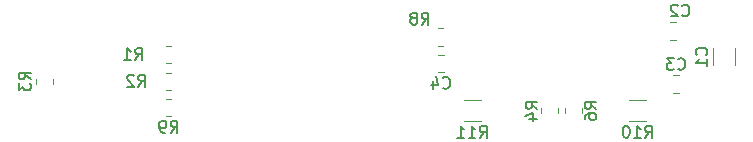
<source format=gbr>
%TF.GenerationSoftware,KiCad,Pcbnew,9.0.3*%
%TF.CreationDate,2026-02-01T21:50:05+01:00*%
%TF.ProjectId,arduinoController,61726475-696e-46f4-936f-6e74726f6c6c,rev?*%
%TF.SameCoordinates,Original*%
%TF.FileFunction,Legend,Bot*%
%TF.FilePolarity,Positive*%
%FSLAX46Y46*%
G04 Gerber Fmt 4.6, Leading zero omitted, Abs format (unit mm)*
G04 Created by KiCad (PCBNEW 9.0.3) date 2026-02-01 21:50:05*
%MOMM*%
%LPD*%
G01*
G04 APERTURE LIST*
%ADD10C,0.150000*%
%ADD11C,0.120000*%
G04 APERTURE END LIST*
D10*
X152916666Y-84954819D02*
X153249999Y-84478628D01*
X153488094Y-84954819D02*
X153488094Y-83954819D01*
X153488094Y-83954819D02*
X153107142Y-83954819D01*
X153107142Y-83954819D02*
X153011904Y-84002438D01*
X153011904Y-84002438D02*
X152964285Y-84050057D01*
X152964285Y-84050057D02*
X152916666Y-84145295D01*
X152916666Y-84145295D02*
X152916666Y-84288152D01*
X152916666Y-84288152D02*
X152964285Y-84383390D01*
X152964285Y-84383390D02*
X153011904Y-84431009D01*
X153011904Y-84431009D02*
X153107142Y-84478628D01*
X153107142Y-84478628D02*
X153488094Y-84478628D01*
X151964285Y-84954819D02*
X152535713Y-84954819D01*
X152249999Y-84954819D02*
X152249999Y-83954819D01*
X152249999Y-83954819D02*
X152345237Y-84097676D01*
X152345237Y-84097676D02*
X152440475Y-84192914D01*
X152440475Y-84192914D02*
X152535713Y-84240533D01*
X155916666Y-91104819D02*
X156249999Y-90628628D01*
X156488094Y-91104819D02*
X156488094Y-90104819D01*
X156488094Y-90104819D02*
X156107142Y-90104819D01*
X156107142Y-90104819D02*
X156011904Y-90152438D01*
X156011904Y-90152438D02*
X155964285Y-90200057D01*
X155964285Y-90200057D02*
X155916666Y-90295295D01*
X155916666Y-90295295D02*
X155916666Y-90438152D01*
X155916666Y-90438152D02*
X155964285Y-90533390D01*
X155964285Y-90533390D02*
X156011904Y-90581009D01*
X156011904Y-90581009D02*
X156107142Y-90628628D01*
X156107142Y-90628628D02*
X156488094Y-90628628D01*
X155440475Y-91104819D02*
X155249999Y-91104819D01*
X155249999Y-91104819D02*
X155154761Y-91057200D01*
X155154761Y-91057200D02*
X155107142Y-91009580D01*
X155107142Y-91009580D02*
X155011904Y-90866723D01*
X155011904Y-90866723D02*
X154964285Y-90676247D01*
X154964285Y-90676247D02*
X154964285Y-90295295D01*
X154964285Y-90295295D02*
X155011904Y-90200057D01*
X155011904Y-90200057D02*
X155059523Y-90152438D01*
X155059523Y-90152438D02*
X155154761Y-90104819D01*
X155154761Y-90104819D02*
X155345237Y-90104819D01*
X155345237Y-90104819D02*
X155440475Y-90152438D01*
X155440475Y-90152438D02*
X155488094Y-90200057D01*
X155488094Y-90200057D02*
X155535713Y-90295295D01*
X155535713Y-90295295D02*
X155535713Y-90533390D01*
X155535713Y-90533390D02*
X155488094Y-90628628D01*
X155488094Y-90628628D02*
X155440475Y-90676247D01*
X155440475Y-90676247D02*
X155345237Y-90723866D01*
X155345237Y-90723866D02*
X155154761Y-90723866D01*
X155154761Y-90723866D02*
X155059523Y-90676247D01*
X155059523Y-90676247D02*
X155011904Y-90628628D01*
X155011904Y-90628628D02*
X154964285Y-90533390D01*
X144054819Y-86583333D02*
X143578628Y-86250000D01*
X144054819Y-86011905D02*
X143054819Y-86011905D01*
X143054819Y-86011905D02*
X143054819Y-86392857D01*
X143054819Y-86392857D02*
X143102438Y-86488095D01*
X143102438Y-86488095D02*
X143150057Y-86535714D01*
X143150057Y-86535714D02*
X143245295Y-86583333D01*
X143245295Y-86583333D02*
X143388152Y-86583333D01*
X143388152Y-86583333D02*
X143483390Y-86535714D01*
X143483390Y-86535714D02*
X143531009Y-86488095D01*
X143531009Y-86488095D02*
X143578628Y-86392857D01*
X143578628Y-86392857D02*
X143578628Y-86011905D01*
X143054819Y-86916667D02*
X143054819Y-87535714D01*
X143054819Y-87535714D02*
X143435771Y-87202381D01*
X143435771Y-87202381D02*
X143435771Y-87345238D01*
X143435771Y-87345238D02*
X143483390Y-87440476D01*
X143483390Y-87440476D02*
X143531009Y-87488095D01*
X143531009Y-87488095D02*
X143626247Y-87535714D01*
X143626247Y-87535714D02*
X143864342Y-87535714D01*
X143864342Y-87535714D02*
X143959580Y-87488095D01*
X143959580Y-87488095D02*
X144007200Y-87440476D01*
X144007200Y-87440476D02*
X144054819Y-87345238D01*
X144054819Y-87345238D02*
X144054819Y-87059524D01*
X144054819Y-87059524D02*
X144007200Y-86964286D01*
X144007200Y-86964286D02*
X143959580Y-86916667D01*
X178954166Y-87289580D02*
X179001785Y-87337200D01*
X179001785Y-87337200D02*
X179144642Y-87384819D01*
X179144642Y-87384819D02*
X179239880Y-87384819D01*
X179239880Y-87384819D02*
X179382737Y-87337200D01*
X179382737Y-87337200D02*
X179477975Y-87241961D01*
X179477975Y-87241961D02*
X179525594Y-87146723D01*
X179525594Y-87146723D02*
X179573213Y-86956247D01*
X179573213Y-86956247D02*
X179573213Y-86813390D01*
X179573213Y-86813390D02*
X179525594Y-86622914D01*
X179525594Y-86622914D02*
X179477975Y-86527676D01*
X179477975Y-86527676D02*
X179382737Y-86432438D01*
X179382737Y-86432438D02*
X179239880Y-86384819D01*
X179239880Y-86384819D02*
X179144642Y-86384819D01*
X179144642Y-86384819D02*
X179001785Y-86432438D01*
X179001785Y-86432438D02*
X178954166Y-86480057D01*
X178097023Y-86718152D02*
X178097023Y-87384819D01*
X178335118Y-86337200D02*
X178573213Y-87051485D01*
X178573213Y-87051485D02*
X177954166Y-87051485D01*
X186954819Y-89083333D02*
X186478628Y-88750000D01*
X186954819Y-88511905D02*
X185954819Y-88511905D01*
X185954819Y-88511905D02*
X185954819Y-88892857D01*
X185954819Y-88892857D02*
X186002438Y-88988095D01*
X186002438Y-88988095D02*
X186050057Y-89035714D01*
X186050057Y-89035714D02*
X186145295Y-89083333D01*
X186145295Y-89083333D02*
X186288152Y-89083333D01*
X186288152Y-89083333D02*
X186383390Y-89035714D01*
X186383390Y-89035714D02*
X186431009Y-88988095D01*
X186431009Y-88988095D02*
X186478628Y-88892857D01*
X186478628Y-88892857D02*
X186478628Y-88511905D01*
X186288152Y-89940476D02*
X186954819Y-89940476D01*
X185907200Y-89702381D02*
X186621485Y-89464286D01*
X186621485Y-89464286D02*
X186621485Y-90083333D01*
X191954819Y-89083333D02*
X191478628Y-88750000D01*
X191954819Y-88511905D02*
X190954819Y-88511905D01*
X190954819Y-88511905D02*
X190954819Y-88892857D01*
X190954819Y-88892857D02*
X191002438Y-88988095D01*
X191002438Y-88988095D02*
X191050057Y-89035714D01*
X191050057Y-89035714D02*
X191145295Y-89083333D01*
X191145295Y-89083333D02*
X191288152Y-89083333D01*
X191288152Y-89083333D02*
X191383390Y-89035714D01*
X191383390Y-89035714D02*
X191431009Y-88988095D01*
X191431009Y-88988095D02*
X191478628Y-88892857D01*
X191478628Y-88892857D02*
X191478628Y-88511905D01*
X190954819Y-89940476D02*
X190954819Y-89750000D01*
X190954819Y-89750000D02*
X191002438Y-89654762D01*
X191002438Y-89654762D02*
X191050057Y-89607143D01*
X191050057Y-89607143D02*
X191192914Y-89511905D01*
X191192914Y-89511905D02*
X191383390Y-89464286D01*
X191383390Y-89464286D02*
X191764342Y-89464286D01*
X191764342Y-89464286D02*
X191859580Y-89511905D01*
X191859580Y-89511905D02*
X191907200Y-89559524D01*
X191907200Y-89559524D02*
X191954819Y-89654762D01*
X191954819Y-89654762D02*
X191954819Y-89845238D01*
X191954819Y-89845238D02*
X191907200Y-89940476D01*
X191907200Y-89940476D02*
X191859580Y-89988095D01*
X191859580Y-89988095D02*
X191764342Y-90035714D01*
X191764342Y-90035714D02*
X191526247Y-90035714D01*
X191526247Y-90035714D02*
X191431009Y-89988095D01*
X191431009Y-89988095D02*
X191383390Y-89940476D01*
X191383390Y-89940476D02*
X191335771Y-89845238D01*
X191335771Y-89845238D02*
X191335771Y-89654762D01*
X191335771Y-89654762D02*
X191383390Y-89559524D01*
X191383390Y-89559524D02*
X191431009Y-89511905D01*
X191431009Y-89511905D02*
X191526247Y-89464286D01*
X196092857Y-91534819D02*
X196426190Y-91058628D01*
X196664285Y-91534819D02*
X196664285Y-90534819D01*
X196664285Y-90534819D02*
X196283333Y-90534819D01*
X196283333Y-90534819D02*
X196188095Y-90582438D01*
X196188095Y-90582438D02*
X196140476Y-90630057D01*
X196140476Y-90630057D02*
X196092857Y-90725295D01*
X196092857Y-90725295D02*
X196092857Y-90868152D01*
X196092857Y-90868152D02*
X196140476Y-90963390D01*
X196140476Y-90963390D02*
X196188095Y-91011009D01*
X196188095Y-91011009D02*
X196283333Y-91058628D01*
X196283333Y-91058628D02*
X196664285Y-91058628D01*
X195140476Y-91534819D02*
X195711904Y-91534819D01*
X195426190Y-91534819D02*
X195426190Y-90534819D01*
X195426190Y-90534819D02*
X195521428Y-90677676D01*
X195521428Y-90677676D02*
X195616666Y-90772914D01*
X195616666Y-90772914D02*
X195711904Y-90820533D01*
X194521428Y-90534819D02*
X194426190Y-90534819D01*
X194426190Y-90534819D02*
X194330952Y-90582438D01*
X194330952Y-90582438D02*
X194283333Y-90630057D01*
X194283333Y-90630057D02*
X194235714Y-90725295D01*
X194235714Y-90725295D02*
X194188095Y-90915771D01*
X194188095Y-90915771D02*
X194188095Y-91153866D01*
X194188095Y-91153866D02*
X194235714Y-91344342D01*
X194235714Y-91344342D02*
X194283333Y-91439580D01*
X194283333Y-91439580D02*
X194330952Y-91487200D01*
X194330952Y-91487200D02*
X194426190Y-91534819D01*
X194426190Y-91534819D02*
X194521428Y-91534819D01*
X194521428Y-91534819D02*
X194616666Y-91487200D01*
X194616666Y-91487200D02*
X194664285Y-91439580D01*
X194664285Y-91439580D02*
X194711904Y-91344342D01*
X194711904Y-91344342D02*
X194759523Y-91153866D01*
X194759523Y-91153866D02*
X194759523Y-90915771D01*
X194759523Y-90915771D02*
X194711904Y-90725295D01*
X194711904Y-90725295D02*
X194664285Y-90630057D01*
X194664285Y-90630057D02*
X194616666Y-90582438D01*
X194616666Y-90582438D02*
X194521428Y-90534819D01*
X199216666Y-81159580D02*
X199264285Y-81207200D01*
X199264285Y-81207200D02*
X199407142Y-81254819D01*
X199407142Y-81254819D02*
X199502380Y-81254819D01*
X199502380Y-81254819D02*
X199645237Y-81207200D01*
X199645237Y-81207200D02*
X199740475Y-81111961D01*
X199740475Y-81111961D02*
X199788094Y-81016723D01*
X199788094Y-81016723D02*
X199835713Y-80826247D01*
X199835713Y-80826247D02*
X199835713Y-80683390D01*
X199835713Y-80683390D02*
X199788094Y-80492914D01*
X199788094Y-80492914D02*
X199740475Y-80397676D01*
X199740475Y-80397676D02*
X199645237Y-80302438D01*
X199645237Y-80302438D02*
X199502380Y-80254819D01*
X199502380Y-80254819D02*
X199407142Y-80254819D01*
X199407142Y-80254819D02*
X199264285Y-80302438D01*
X199264285Y-80302438D02*
X199216666Y-80350057D01*
X198835713Y-80350057D02*
X198788094Y-80302438D01*
X198788094Y-80302438D02*
X198692856Y-80254819D01*
X198692856Y-80254819D02*
X198454761Y-80254819D01*
X198454761Y-80254819D02*
X198359523Y-80302438D01*
X198359523Y-80302438D02*
X198311904Y-80350057D01*
X198311904Y-80350057D02*
X198264285Y-80445295D01*
X198264285Y-80445295D02*
X198264285Y-80540533D01*
X198264285Y-80540533D02*
X198311904Y-80683390D01*
X198311904Y-80683390D02*
X198883332Y-81254819D01*
X198883332Y-81254819D02*
X198264285Y-81254819D01*
X177166666Y-81954819D02*
X177499999Y-81478628D01*
X177738094Y-81954819D02*
X177738094Y-80954819D01*
X177738094Y-80954819D02*
X177357142Y-80954819D01*
X177357142Y-80954819D02*
X177261904Y-81002438D01*
X177261904Y-81002438D02*
X177214285Y-81050057D01*
X177214285Y-81050057D02*
X177166666Y-81145295D01*
X177166666Y-81145295D02*
X177166666Y-81288152D01*
X177166666Y-81288152D02*
X177214285Y-81383390D01*
X177214285Y-81383390D02*
X177261904Y-81431009D01*
X177261904Y-81431009D02*
X177357142Y-81478628D01*
X177357142Y-81478628D02*
X177738094Y-81478628D01*
X176595237Y-81383390D02*
X176690475Y-81335771D01*
X176690475Y-81335771D02*
X176738094Y-81288152D01*
X176738094Y-81288152D02*
X176785713Y-81192914D01*
X176785713Y-81192914D02*
X176785713Y-81145295D01*
X176785713Y-81145295D02*
X176738094Y-81050057D01*
X176738094Y-81050057D02*
X176690475Y-81002438D01*
X176690475Y-81002438D02*
X176595237Y-80954819D01*
X176595237Y-80954819D02*
X176404761Y-80954819D01*
X176404761Y-80954819D02*
X176309523Y-81002438D01*
X176309523Y-81002438D02*
X176261904Y-81050057D01*
X176261904Y-81050057D02*
X176214285Y-81145295D01*
X176214285Y-81145295D02*
X176214285Y-81192914D01*
X176214285Y-81192914D02*
X176261904Y-81288152D01*
X176261904Y-81288152D02*
X176309523Y-81335771D01*
X176309523Y-81335771D02*
X176404761Y-81383390D01*
X176404761Y-81383390D02*
X176595237Y-81383390D01*
X176595237Y-81383390D02*
X176690475Y-81431009D01*
X176690475Y-81431009D02*
X176738094Y-81478628D01*
X176738094Y-81478628D02*
X176785713Y-81573866D01*
X176785713Y-81573866D02*
X176785713Y-81764342D01*
X176785713Y-81764342D02*
X176738094Y-81859580D01*
X176738094Y-81859580D02*
X176690475Y-81907200D01*
X176690475Y-81907200D02*
X176595237Y-81954819D01*
X176595237Y-81954819D02*
X176404761Y-81954819D01*
X176404761Y-81954819D02*
X176309523Y-81907200D01*
X176309523Y-81907200D02*
X176261904Y-81859580D01*
X176261904Y-81859580D02*
X176214285Y-81764342D01*
X176214285Y-81764342D02*
X176214285Y-81573866D01*
X176214285Y-81573866D02*
X176261904Y-81478628D01*
X176261904Y-81478628D02*
X176309523Y-81431009D01*
X176309523Y-81431009D02*
X176404761Y-81383390D01*
X201259580Y-84520833D02*
X201307200Y-84473214D01*
X201307200Y-84473214D02*
X201354819Y-84330357D01*
X201354819Y-84330357D02*
X201354819Y-84235119D01*
X201354819Y-84235119D02*
X201307200Y-84092262D01*
X201307200Y-84092262D02*
X201211961Y-83997024D01*
X201211961Y-83997024D02*
X201116723Y-83949405D01*
X201116723Y-83949405D02*
X200926247Y-83901786D01*
X200926247Y-83901786D02*
X200783390Y-83901786D01*
X200783390Y-83901786D02*
X200592914Y-83949405D01*
X200592914Y-83949405D02*
X200497676Y-83997024D01*
X200497676Y-83997024D02*
X200402438Y-84092262D01*
X200402438Y-84092262D02*
X200354819Y-84235119D01*
X200354819Y-84235119D02*
X200354819Y-84330357D01*
X200354819Y-84330357D02*
X200402438Y-84473214D01*
X200402438Y-84473214D02*
X200450057Y-84520833D01*
X201354819Y-85473214D02*
X201354819Y-84901786D01*
X201354819Y-85187500D02*
X200354819Y-85187500D01*
X200354819Y-85187500D02*
X200497676Y-85092262D01*
X200497676Y-85092262D02*
X200592914Y-84997024D01*
X200592914Y-84997024D02*
X200640533Y-84901786D01*
X182092857Y-91534819D02*
X182426190Y-91058628D01*
X182664285Y-91534819D02*
X182664285Y-90534819D01*
X182664285Y-90534819D02*
X182283333Y-90534819D01*
X182283333Y-90534819D02*
X182188095Y-90582438D01*
X182188095Y-90582438D02*
X182140476Y-90630057D01*
X182140476Y-90630057D02*
X182092857Y-90725295D01*
X182092857Y-90725295D02*
X182092857Y-90868152D01*
X182092857Y-90868152D02*
X182140476Y-90963390D01*
X182140476Y-90963390D02*
X182188095Y-91011009D01*
X182188095Y-91011009D02*
X182283333Y-91058628D01*
X182283333Y-91058628D02*
X182664285Y-91058628D01*
X181140476Y-91534819D02*
X181711904Y-91534819D01*
X181426190Y-91534819D02*
X181426190Y-90534819D01*
X181426190Y-90534819D02*
X181521428Y-90677676D01*
X181521428Y-90677676D02*
X181616666Y-90772914D01*
X181616666Y-90772914D02*
X181711904Y-90820533D01*
X180188095Y-91534819D02*
X180759523Y-91534819D01*
X180473809Y-91534819D02*
X180473809Y-90534819D01*
X180473809Y-90534819D02*
X180569047Y-90677676D01*
X180569047Y-90677676D02*
X180664285Y-90772914D01*
X180664285Y-90772914D02*
X180759523Y-90820533D01*
X153166666Y-87204819D02*
X153499999Y-86728628D01*
X153738094Y-87204819D02*
X153738094Y-86204819D01*
X153738094Y-86204819D02*
X153357142Y-86204819D01*
X153357142Y-86204819D02*
X153261904Y-86252438D01*
X153261904Y-86252438D02*
X153214285Y-86300057D01*
X153214285Y-86300057D02*
X153166666Y-86395295D01*
X153166666Y-86395295D02*
X153166666Y-86538152D01*
X153166666Y-86538152D02*
X153214285Y-86633390D01*
X153214285Y-86633390D02*
X153261904Y-86681009D01*
X153261904Y-86681009D02*
X153357142Y-86728628D01*
X153357142Y-86728628D02*
X153738094Y-86728628D01*
X152785713Y-86300057D02*
X152738094Y-86252438D01*
X152738094Y-86252438D02*
X152642856Y-86204819D01*
X152642856Y-86204819D02*
X152404761Y-86204819D01*
X152404761Y-86204819D02*
X152309523Y-86252438D01*
X152309523Y-86252438D02*
X152261904Y-86300057D01*
X152261904Y-86300057D02*
X152214285Y-86395295D01*
X152214285Y-86395295D02*
X152214285Y-86490533D01*
X152214285Y-86490533D02*
X152261904Y-86633390D01*
X152261904Y-86633390D02*
X152833332Y-87204819D01*
X152833332Y-87204819D02*
X152214285Y-87204819D01*
X198866666Y-85709580D02*
X198914285Y-85757200D01*
X198914285Y-85757200D02*
X199057142Y-85804819D01*
X199057142Y-85804819D02*
X199152380Y-85804819D01*
X199152380Y-85804819D02*
X199295237Y-85757200D01*
X199295237Y-85757200D02*
X199390475Y-85661961D01*
X199390475Y-85661961D02*
X199438094Y-85566723D01*
X199438094Y-85566723D02*
X199485713Y-85376247D01*
X199485713Y-85376247D02*
X199485713Y-85233390D01*
X199485713Y-85233390D02*
X199438094Y-85042914D01*
X199438094Y-85042914D02*
X199390475Y-84947676D01*
X199390475Y-84947676D02*
X199295237Y-84852438D01*
X199295237Y-84852438D02*
X199152380Y-84804819D01*
X199152380Y-84804819D02*
X199057142Y-84804819D01*
X199057142Y-84804819D02*
X198914285Y-84852438D01*
X198914285Y-84852438D02*
X198866666Y-84900057D01*
X198533332Y-84804819D02*
X197914285Y-84804819D01*
X197914285Y-84804819D02*
X198247618Y-85185771D01*
X198247618Y-85185771D02*
X198104761Y-85185771D01*
X198104761Y-85185771D02*
X198009523Y-85233390D01*
X198009523Y-85233390D02*
X197961904Y-85281009D01*
X197961904Y-85281009D02*
X197914285Y-85376247D01*
X197914285Y-85376247D02*
X197914285Y-85614342D01*
X197914285Y-85614342D02*
X197961904Y-85709580D01*
X197961904Y-85709580D02*
X198009523Y-85757200D01*
X198009523Y-85757200D02*
X198104761Y-85804819D01*
X198104761Y-85804819D02*
X198390475Y-85804819D01*
X198390475Y-85804819D02*
X198485713Y-85757200D01*
X198485713Y-85757200D02*
X198533332Y-85709580D01*
D11*
%TO.C,R1*%
X155522936Y-83765000D02*
X155977064Y-83765000D01*
X155522936Y-85235000D02*
X155977064Y-85235000D01*
%TO.C,R9*%
X155522936Y-88265000D02*
X155977064Y-88265000D01*
X155522936Y-89735000D02*
X155977064Y-89735000D01*
%TO.C,R3*%
X144515000Y-86522936D02*
X144515000Y-86977064D01*
X145985000Y-86522936D02*
X145985000Y-86977064D01*
%TO.C,C4*%
X178526248Y-84515000D02*
X179048752Y-84515000D01*
X178526248Y-85985000D02*
X179048752Y-85985000D01*
%TO.C,R4*%
X187265000Y-89477064D02*
X187265000Y-89022936D01*
X188735000Y-89477064D02*
X188735000Y-89022936D01*
%TO.C,R6*%
X189265000Y-89022936D02*
X189265000Y-89477064D01*
X190735000Y-89022936D02*
X190735000Y-89477064D01*
%TO.C,R10*%
X194722936Y-90160000D02*
X196177064Y-90160000D01*
X194722936Y-88340000D02*
X196177064Y-88340000D01*
%TO.C,C2*%
X198201248Y-81765000D02*
X198723752Y-81765000D01*
X198201248Y-83235000D02*
X198723752Y-83235000D01*
%TO.C,R8*%
X178522936Y-82265000D02*
X178977064Y-82265000D01*
X178522936Y-83735000D02*
X178977064Y-83735000D01*
%TO.C,C1*%
X201840000Y-83976248D02*
X201840000Y-85398752D01*
X203660000Y-83976248D02*
X203660000Y-85398752D01*
%TO.C,R11*%
X180722936Y-90160000D02*
X182177064Y-90160000D01*
X180722936Y-88340000D02*
X182177064Y-88340000D01*
%TO.C,R2*%
X155522936Y-86015000D02*
X155977064Y-86015000D01*
X155522936Y-87485000D02*
X155977064Y-87485000D01*
%TO.C,C3*%
X198451248Y-86265000D02*
X198973752Y-86265000D01*
X198451248Y-87735000D02*
X198973752Y-87735000D01*
%TD*%
M02*

</source>
